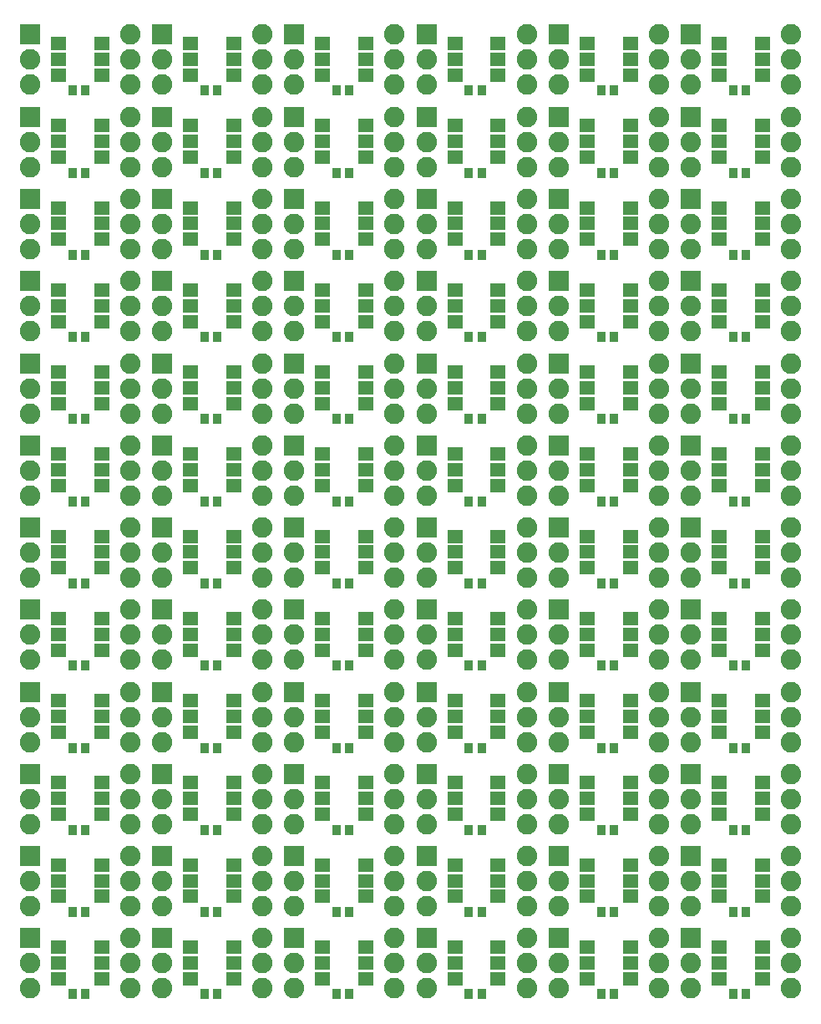
<source format=gts>
G75*
%MOIN*%
%OFA0B0*%
%FSLAX24Y24*%
%IPPOS*%
%LPD*%
%AMOC8*
5,1,8,0,0,1.08239X$1,22.5*
%
%ADD10R,0.0356X0.0434*%
%ADD11R,0.0820X0.0820*%
%ADD12C,0.0820*%
%ADD13R,0.0592X0.0552*%
D10*
X003874Y000570D03*
X004386Y000570D03*
X004386Y003846D03*
X003874Y003846D03*
X003874Y007121D03*
X004386Y007121D03*
X004386Y010397D03*
X003874Y010397D03*
X003874Y013672D03*
X004386Y013672D03*
X004386Y016948D03*
X003874Y016948D03*
X003874Y020224D03*
X004386Y020224D03*
X004386Y023499D03*
X003874Y023499D03*
X003874Y026775D03*
X004386Y026775D03*
X004386Y030050D03*
X003874Y030050D03*
X003874Y033326D03*
X004386Y033326D03*
X004386Y036601D03*
X003874Y036601D03*
X009149Y036601D03*
X009661Y036601D03*
X009661Y033326D03*
X009149Y033326D03*
X009149Y030050D03*
X009661Y030050D03*
X009661Y026775D03*
X009149Y026775D03*
X009149Y023499D03*
X009661Y023499D03*
X009661Y020224D03*
X009149Y020224D03*
X009149Y016948D03*
X009661Y016948D03*
X009661Y013672D03*
X009149Y013672D03*
X009149Y010397D03*
X009661Y010397D03*
X009661Y007121D03*
X009149Y007121D03*
X009149Y003846D03*
X009661Y003846D03*
X009661Y000570D03*
X009149Y000570D03*
X014425Y000570D03*
X014937Y000570D03*
X014937Y003846D03*
X014425Y003846D03*
X014425Y007121D03*
X014937Y007121D03*
X014937Y010397D03*
X014425Y010397D03*
X014425Y013672D03*
X014937Y013672D03*
X014937Y016948D03*
X014425Y016948D03*
X014425Y020224D03*
X014937Y020224D03*
X014937Y023499D03*
X014425Y023499D03*
X014425Y026775D03*
X014937Y026775D03*
X014937Y030050D03*
X014425Y030050D03*
X014425Y033326D03*
X014937Y033326D03*
X014937Y036601D03*
X014425Y036601D03*
X019701Y036601D03*
X020212Y036601D03*
X020212Y033326D03*
X019701Y033326D03*
X019701Y030050D03*
X020212Y030050D03*
X020212Y026775D03*
X019701Y026775D03*
X019701Y023499D03*
X020212Y023499D03*
X020212Y020224D03*
X019701Y020224D03*
X019701Y016948D03*
X020212Y016948D03*
X020212Y013672D03*
X019701Y013672D03*
X019701Y010397D03*
X020212Y010397D03*
X020212Y007121D03*
X019701Y007121D03*
X019701Y003846D03*
X020212Y003846D03*
X020212Y000570D03*
X019701Y000570D03*
X024976Y000570D03*
X025488Y000570D03*
X025488Y003846D03*
X024976Y003846D03*
X024976Y007121D03*
X025488Y007121D03*
X025488Y010397D03*
X024976Y010397D03*
X024976Y013672D03*
X025488Y013672D03*
X025488Y016948D03*
X024976Y016948D03*
X024976Y020224D03*
X025488Y020224D03*
X025488Y023499D03*
X024976Y023499D03*
X024976Y026775D03*
X025488Y026775D03*
X025488Y030050D03*
X024976Y030050D03*
X024976Y033326D03*
X025488Y033326D03*
X025488Y036601D03*
X024976Y036601D03*
X030252Y036601D03*
X030764Y036601D03*
X030764Y033326D03*
X030252Y033326D03*
X030252Y030050D03*
X030764Y030050D03*
X030764Y026775D03*
X030252Y026775D03*
X030252Y023499D03*
X030764Y023499D03*
X030764Y020224D03*
X030252Y020224D03*
X030252Y016948D03*
X030764Y016948D03*
X030764Y013672D03*
X030252Y013672D03*
X030252Y010397D03*
X030764Y010397D03*
X030764Y007121D03*
X030252Y007121D03*
X030252Y003846D03*
X030764Y003846D03*
X030764Y000570D03*
X030252Y000570D03*
D11*
X028558Y002800D03*
X028558Y006076D03*
X028558Y009351D03*
X028558Y012627D03*
X028558Y015902D03*
X028558Y019178D03*
X028558Y022454D03*
X028558Y025729D03*
X028558Y029005D03*
X028558Y032280D03*
X028558Y035556D03*
X028558Y038831D03*
X023282Y038831D03*
X023282Y035556D03*
X023282Y032280D03*
X023282Y029005D03*
X023282Y025729D03*
X023282Y022454D03*
X023282Y019178D03*
X023282Y015902D03*
X023282Y012627D03*
X023282Y009351D03*
X023282Y006076D03*
X023282Y002800D03*
X018007Y002800D03*
X018007Y006076D03*
X018007Y009351D03*
X018007Y012627D03*
X018007Y015902D03*
X018007Y019178D03*
X018007Y022454D03*
X018007Y025729D03*
X018007Y029005D03*
X018007Y032280D03*
X018007Y035556D03*
X018007Y038831D03*
X012731Y038831D03*
X012731Y035556D03*
X012731Y032280D03*
X012731Y029005D03*
X012731Y025729D03*
X012731Y022454D03*
X012731Y019178D03*
X012731Y015902D03*
X012731Y012627D03*
X012731Y009351D03*
X012731Y006076D03*
X012731Y002800D03*
X007455Y002800D03*
X007455Y006076D03*
X007455Y009351D03*
X007455Y012627D03*
X007455Y015902D03*
X007455Y019178D03*
X007455Y022454D03*
X007455Y025729D03*
X007455Y029005D03*
X007455Y032280D03*
X007455Y035556D03*
X007455Y038831D03*
X002180Y038831D03*
X002180Y035556D03*
X002180Y032280D03*
X002180Y029005D03*
X002180Y025729D03*
X002180Y022454D03*
X002180Y019178D03*
X002180Y015902D03*
X002180Y012627D03*
X002180Y009351D03*
X002180Y006076D03*
X002180Y002800D03*
D12*
X002180Y000800D03*
X002180Y001800D03*
X002180Y004076D03*
X002180Y005076D03*
X002180Y007351D03*
X002180Y008351D03*
X002180Y010627D03*
X002180Y011627D03*
X002180Y013902D03*
X002180Y014902D03*
X002180Y017178D03*
X002180Y018178D03*
X002180Y020454D03*
X002180Y021454D03*
X002180Y023729D03*
X002180Y024729D03*
X002180Y027005D03*
X002180Y028005D03*
X002180Y030280D03*
X002180Y031280D03*
X002180Y033556D03*
X002180Y034556D03*
X002180Y036831D03*
X002180Y037831D03*
X006180Y037831D03*
X006180Y036831D03*
X006180Y035556D03*
X006180Y034556D03*
X006180Y033556D03*
X006180Y032280D03*
X006180Y031280D03*
X006180Y030280D03*
X006180Y029005D03*
X006180Y028005D03*
X006180Y027005D03*
X006180Y025729D03*
X006180Y024729D03*
X006180Y023729D03*
X007455Y023729D03*
X007455Y024729D03*
X007455Y027005D03*
X007455Y028005D03*
X007455Y030280D03*
X007455Y031280D03*
X007455Y033556D03*
X007455Y034556D03*
X007455Y036831D03*
X007455Y037831D03*
X006180Y038831D03*
X011455Y038831D03*
X011455Y037831D03*
X011455Y036831D03*
X011455Y035556D03*
X011455Y034556D03*
X011455Y033556D03*
X011455Y032280D03*
X011455Y031280D03*
X011455Y030280D03*
X011455Y029005D03*
X011455Y028005D03*
X011455Y027005D03*
X011455Y025729D03*
X011455Y024729D03*
X011455Y023729D03*
X011455Y022454D03*
X011455Y021454D03*
X011455Y020454D03*
X011455Y019178D03*
X011455Y018178D03*
X011455Y017178D03*
X011455Y015902D03*
X011455Y014902D03*
X011455Y013902D03*
X011455Y012627D03*
X011455Y011627D03*
X011455Y010627D03*
X011455Y009351D03*
X011455Y008351D03*
X011455Y007351D03*
X011455Y006076D03*
X011455Y005076D03*
X011455Y004076D03*
X011455Y002800D03*
X011455Y001800D03*
X011455Y000800D03*
X012731Y000800D03*
X012731Y001800D03*
X012731Y004076D03*
X012731Y005076D03*
X012731Y007351D03*
X012731Y008351D03*
X012731Y010627D03*
X012731Y011627D03*
X012731Y013902D03*
X012731Y014902D03*
X012731Y017178D03*
X012731Y018178D03*
X012731Y020454D03*
X012731Y021454D03*
X012731Y023729D03*
X012731Y024729D03*
X012731Y027005D03*
X012731Y028005D03*
X012731Y030280D03*
X012731Y031280D03*
X012731Y033556D03*
X012731Y034556D03*
X012731Y036831D03*
X012731Y037831D03*
X016731Y037831D03*
X016731Y036831D03*
X016731Y035556D03*
X016731Y034556D03*
X016731Y033556D03*
X018007Y033556D03*
X018007Y034556D03*
X018007Y036831D03*
X018007Y037831D03*
X016731Y038831D03*
X022007Y038831D03*
X022007Y037831D03*
X022007Y036831D03*
X022007Y035556D03*
X022007Y034556D03*
X022007Y033556D03*
X022007Y032280D03*
X022007Y031280D03*
X022007Y030280D03*
X022007Y029005D03*
X022007Y028005D03*
X022007Y027005D03*
X022007Y025729D03*
X022007Y024729D03*
X022007Y023729D03*
X023282Y023729D03*
X023282Y024729D03*
X023282Y027005D03*
X023282Y028005D03*
X023282Y030280D03*
X023282Y031280D03*
X023282Y033556D03*
X023282Y034556D03*
X023282Y036831D03*
X023282Y037831D03*
X027282Y037831D03*
X027282Y036831D03*
X027282Y035556D03*
X027282Y034556D03*
X027282Y033556D03*
X027282Y032280D03*
X027282Y031280D03*
X027282Y030280D03*
X027282Y029005D03*
X027282Y028005D03*
X027282Y027005D03*
X027282Y025729D03*
X027282Y024729D03*
X027282Y023729D03*
X027282Y022454D03*
X027282Y021454D03*
X027282Y020454D03*
X027282Y019178D03*
X027282Y018178D03*
X027282Y017178D03*
X027282Y015902D03*
X027282Y014902D03*
X027282Y013902D03*
X027282Y012627D03*
X027282Y011627D03*
X027282Y010627D03*
X027282Y009351D03*
X027282Y008351D03*
X027282Y007351D03*
X027282Y006076D03*
X027282Y005076D03*
X027282Y004076D03*
X027282Y002800D03*
X027282Y001800D03*
X027282Y000800D03*
X028558Y000800D03*
X028558Y001800D03*
X028558Y004076D03*
X028558Y005076D03*
X028558Y007351D03*
X028558Y008351D03*
X028558Y010627D03*
X028558Y011627D03*
X028558Y013902D03*
X028558Y014902D03*
X028558Y017178D03*
X028558Y018178D03*
X028558Y020454D03*
X028558Y021454D03*
X028558Y023729D03*
X028558Y024729D03*
X028558Y027005D03*
X028558Y028005D03*
X028558Y030280D03*
X028558Y031280D03*
X028558Y033556D03*
X028558Y034556D03*
X028558Y036831D03*
X028558Y037831D03*
X027282Y038831D03*
X032558Y038831D03*
X032558Y037831D03*
X032558Y036831D03*
X032558Y035556D03*
X032558Y034556D03*
X032558Y033556D03*
X032558Y032280D03*
X032558Y031280D03*
X032558Y030280D03*
X032558Y029005D03*
X032558Y028005D03*
X032558Y027005D03*
X032558Y025729D03*
X032558Y024729D03*
X032558Y023729D03*
X032558Y022454D03*
X032558Y021454D03*
X032558Y020454D03*
X032558Y019178D03*
X032558Y018178D03*
X032558Y017178D03*
X032558Y015902D03*
X032558Y014902D03*
X032558Y013902D03*
X032558Y012627D03*
X032558Y011627D03*
X032558Y010627D03*
X032558Y009351D03*
X032558Y008351D03*
X032558Y007351D03*
X032558Y006076D03*
X032558Y005076D03*
X032558Y004076D03*
X032558Y002800D03*
X032558Y001800D03*
X032558Y000800D03*
X023282Y000800D03*
X023282Y001800D03*
X022007Y001800D03*
X022007Y000800D03*
X022007Y002800D03*
X022007Y004076D03*
X022007Y005076D03*
X022007Y006076D03*
X022007Y007351D03*
X022007Y008351D03*
X022007Y009351D03*
X022007Y010627D03*
X022007Y011627D03*
X022007Y012627D03*
X022007Y013902D03*
X022007Y014902D03*
X022007Y015902D03*
X022007Y017178D03*
X022007Y018178D03*
X022007Y019178D03*
X022007Y020454D03*
X022007Y021454D03*
X022007Y022454D03*
X023282Y021454D03*
X023282Y020454D03*
X023282Y018178D03*
X023282Y017178D03*
X023282Y014902D03*
X023282Y013902D03*
X023282Y011627D03*
X023282Y010627D03*
X023282Y008351D03*
X023282Y007351D03*
X023282Y005076D03*
X023282Y004076D03*
X018007Y004076D03*
X018007Y005076D03*
X016731Y005076D03*
X016731Y004076D03*
X016731Y002800D03*
X016731Y001800D03*
X016731Y000800D03*
X018007Y000800D03*
X018007Y001800D03*
X016731Y006076D03*
X016731Y007351D03*
X016731Y008351D03*
X016731Y009351D03*
X016731Y010627D03*
X016731Y011627D03*
X016731Y012627D03*
X018007Y011627D03*
X018007Y010627D03*
X018007Y008351D03*
X018007Y007351D03*
X018007Y013902D03*
X018007Y014902D03*
X016731Y014902D03*
X016731Y013902D03*
X016731Y015902D03*
X016731Y017178D03*
X016731Y018178D03*
X016731Y019178D03*
X016731Y020454D03*
X016731Y021454D03*
X016731Y022454D03*
X018007Y021454D03*
X018007Y020454D03*
X018007Y018178D03*
X018007Y017178D03*
X018007Y023729D03*
X018007Y024729D03*
X016731Y024729D03*
X016731Y023729D03*
X016731Y025729D03*
X016731Y027005D03*
X016731Y028005D03*
X016731Y029005D03*
X016731Y030280D03*
X016731Y031280D03*
X016731Y032280D03*
X018007Y031280D03*
X018007Y030280D03*
X018007Y028005D03*
X018007Y027005D03*
X007455Y021454D03*
X007455Y020454D03*
X006180Y020454D03*
X006180Y021454D03*
X006180Y022454D03*
X006180Y019178D03*
X006180Y018178D03*
X006180Y017178D03*
X006180Y015902D03*
X006180Y014902D03*
X006180Y013902D03*
X006180Y012627D03*
X006180Y011627D03*
X006180Y010627D03*
X006180Y009351D03*
X006180Y008351D03*
X006180Y007351D03*
X006180Y006076D03*
X006180Y005076D03*
X006180Y004076D03*
X006180Y002800D03*
X006180Y001800D03*
X006180Y000800D03*
X007455Y000800D03*
X007455Y001800D03*
X007455Y004076D03*
X007455Y005076D03*
X007455Y007351D03*
X007455Y008351D03*
X007455Y010627D03*
X007455Y011627D03*
X007455Y013902D03*
X007455Y014902D03*
X007455Y017178D03*
X007455Y018178D03*
D13*
X008589Y018198D03*
X008589Y018828D03*
X008589Y017568D03*
X010322Y017568D03*
X010322Y018198D03*
X010322Y018828D03*
X010322Y020844D03*
X010322Y021474D03*
X010322Y022103D03*
X008589Y022103D03*
X008589Y021474D03*
X008589Y020844D03*
X008589Y024119D03*
X008589Y024749D03*
X008589Y025379D03*
X010322Y025379D03*
X010322Y024749D03*
X010322Y024119D03*
X010322Y027395D03*
X010322Y028025D03*
X010322Y028655D03*
X008589Y028655D03*
X008589Y028025D03*
X008589Y027395D03*
X008589Y030670D03*
X008589Y031300D03*
X008589Y031930D03*
X010322Y031930D03*
X010322Y031300D03*
X010322Y030670D03*
X010322Y033946D03*
X010322Y034576D03*
X010322Y035206D03*
X008589Y035206D03*
X008589Y034576D03*
X008589Y033946D03*
X008589Y037222D03*
X008589Y037851D03*
X008589Y038481D03*
X010322Y038481D03*
X010322Y037851D03*
X010322Y037222D03*
X013865Y037222D03*
X013865Y037851D03*
X013865Y038481D03*
X015597Y038481D03*
X015597Y037851D03*
X015597Y037222D03*
X015597Y035206D03*
X015597Y034576D03*
X015597Y033946D03*
X013865Y033946D03*
X013865Y034576D03*
X013865Y035206D03*
X013865Y031930D03*
X013865Y031300D03*
X013865Y030670D03*
X015597Y030670D03*
X015597Y031300D03*
X015597Y031930D03*
X015597Y028655D03*
X015597Y028025D03*
X015597Y027395D03*
X013865Y027395D03*
X013865Y028025D03*
X013865Y028655D03*
X013865Y025379D03*
X013865Y024749D03*
X013865Y024119D03*
X015597Y024119D03*
X015597Y024749D03*
X015597Y025379D03*
X015597Y022103D03*
X015597Y021474D03*
X015597Y020844D03*
X013865Y020844D03*
X013865Y021474D03*
X013865Y022103D03*
X013865Y018828D03*
X013865Y018198D03*
X013865Y017568D03*
X015597Y017568D03*
X015597Y018198D03*
X015597Y018828D03*
X015597Y015552D03*
X015597Y014922D03*
X015597Y014292D03*
X013865Y014292D03*
X013865Y014922D03*
X013865Y015552D03*
X013865Y012277D03*
X013865Y011647D03*
X013865Y011017D03*
X015597Y011017D03*
X015597Y011647D03*
X015597Y012277D03*
X015597Y009001D03*
X015597Y008371D03*
X015597Y007741D03*
X013865Y007741D03*
X013865Y008371D03*
X013865Y009001D03*
X013865Y005726D03*
X013865Y005096D03*
X013865Y004466D03*
X015597Y004466D03*
X015597Y005096D03*
X015597Y005726D03*
X015597Y002450D03*
X015597Y001820D03*
X015597Y001190D03*
X013865Y001190D03*
X013865Y001820D03*
X013865Y002450D03*
X010322Y002450D03*
X010322Y001820D03*
X010322Y001190D03*
X008589Y001190D03*
X008589Y001820D03*
X008589Y002450D03*
X008589Y004466D03*
X008589Y005096D03*
X008589Y005726D03*
X010322Y005726D03*
X010322Y005096D03*
X010322Y004466D03*
X010322Y007741D03*
X010322Y008371D03*
X010322Y009001D03*
X008589Y009001D03*
X008589Y008371D03*
X008589Y007741D03*
X008589Y011017D03*
X008589Y011647D03*
X008589Y012277D03*
X010322Y012277D03*
X010322Y011647D03*
X010322Y011017D03*
X010322Y014292D03*
X010322Y014922D03*
X010322Y015552D03*
X008589Y015552D03*
X008589Y014922D03*
X008589Y014292D03*
X005046Y014292D03*
X005046Y014922D03*
X005046Y015552D03*
X003314Y015552D03*
X003314Y014922D03*
X003314Y014292D03*
X003314Y012277D03*
X003314Y011647D03*
X003314Y011017D03*
X005046Y011017D03*
X005046Y011647D03*
X005046Y012277D03*
X005046Y009001D03*
X005046Y008371D03*
X005046Y007741D03*
X003314Y007741D03*
X003314Y008371D03*
X003314Y009001D03*
X003314Y005726D03*
X003314Y005096D03*
X003314Y004466D03*
X005046Y004466D03*
X005046Y005096D03*
X005046Y005726D03*
X005046Y002450D03*
X005046Y001820D03*
X005046Y001190D03*
X003314Y001190D03*
X003314Y001820D03*
X003314Y002450D03*
X003314Y017568D03*
X003314Y018198D03*
X003314Y018828D03*
X005046Y018828D03*
X005046Y018198D03*
X005046Y017568D03*
X005046Y020844D03*
X005046Y021474D03*
X005046Y022103D03*
X003314Y022103D03*
X003314Y021474D03*
X003314Y020844D03*
X003314Y024119D03*
X003314Y024749D03*
X003314Y025379D03*
X005046Y025379D03*
X005046Y024749D03*
X005046Y024119D03*
X005046Y027395D03*
X005046Y028025D03*
X005046Y028655D03*
X003314Y028655D03*
X003314Y028025D03*
X003314Y027395D03*
X003314Y030670D03*
X003314Y031300D03*
X003314Y031930D03*
X005046Y031930D03*
X005046Y031300D03*
X005046Y030670D03*
X005046Y033946D03*
X005046Y034576D03*
X005046Y035206D03*
X003314Y035206D03*
X003314Y034576D03*
X003314Y033946D03*
X003314Y037222D03*
X003314Y037851D03*
X003314Y038481D03*
X005046Y038481D03*
X005046Y037851D03*
X005046Y037222D03*
X019140Y037222D03*
X019140Y037851D03*
X019140Y038481D03*
X020873Y038481D03*
X020873Y037851D03*
X020873Y037222D03*
X020873Y035206D03*
X020873Y034576D03*
X020873Y033946D03*
X019140Y033946D03*
X019140Y034576D03*
X019140Y035206D03*
X019140Y031930D03*
X019140Y031300D03*
X019140Y030670D03*
X020873Y030670D03*
X020873Y031300D03*
X020873Y031930D03*
X020873Y028655D03*
X020873Y028025D03*
X020873Y027395D03*
X019140Y027395D03*
X019140Y028025D03*
X019140Y028655D03*
X019140Y025379D03*
X019140Y024749D03*
X019140Y024119D03*
X020873Y024119D03*
X020873Y024749D03*
X020873Y025379D03*
X020873Y022103D03*
X020873Y021474D03*
X020873Y020844D03*
X019140Y020844D03*
X019140Y021474D03*
X019140Y022103D03*
X019140Y018828D03*
X019140Y018198D03*
X019140Y017568D03*
X020873Y017568D03*
X020873Y018198D03*
X020873Y018828D03*
X020873Y015552D03*
X020873Y014922D03*
X020873Y014292D03*
X019140Y014292D03*
X019140Y014922D03*
X019140Y015552D03*
X019140Y012277D03*
X019140Y011647D03*
X019140Y011017D03*
X020873Y011017D03*
X020873Y011647D03*
X020873Y012277D03*
X020873Y009001D03*
X020873Y008371D03*
X020873Y007741D03*
X019140Y007741D03*
X019140Y008371D03*
X019140Y009001D03*
X019140Y005726D03*
X019140Y005096D03*
X019140Y004466D03*
X020873Y004466D03*
X020873Y005096D03*
X020873Y005726D03*
X020873Y002450D03*
X020873Y001820D03*
X020873Y001190D03*
X019140Y001190D03*
X019140Y001820D03*
X019140Y002450D03*
X024416Y002450D03*
X024416Y001820D03*
X024416Y001190D03*
X026148Y001190D03*
X026148Y001820D03*
X026148Y002450D03*
X026148Y004466D03*
X026148Y005096D03*
X026148Y005726D03*
X024416Y005726D03*
X024416Y005096D03*
X024416Y004466D03*
X024416Y007741D03*
X024416Y008371D03*
X024416Y009001D03*
X026148Y009001D03*
X026148Y008371D03*
X026148Y007741D03*
X026148Y011017D03*
X026148Y011647D03*
X026148Y012277D03*
X024416Y012277D03*
X024416Y011647D03*
X024416Y011017D03*
X024416Y014292D03*
X024416Y014922D03*
X024416Y015552D03*
X026148Y015552D03*
X026148Y014922D03*
X026148Y014292D03*
X026148Y017568D03*
X026148Y018198D03*
X026148Y018828D03*
X024416Y018828D03*
X024416Y018198D03*
X024416Y017568D03*
X024416Y020844D03*
X024416Y021474D03*
X024416Y022103D03*
X026148Y022103D03*
X026148Y021474D03*
X026148Y020844D03*
X026148Y024119D03*
X026148Y024749D03*
X026148Y025379D03*
X024416Y025379D03*
X024416Y024749D03*
X024416Y024119D03*
X024416Y027395D03*
X024416Y028025D03*
X024416Y028655D03*
X026148Y028655D03*
X026148Y028025D03*
X026148Y027395D03*
X026148Y030670D03*
X026148Y031300D03*
X026148Y031930D03*
X024416Y031930D03*
X024416Y031300D03*
X024416Y030670D03*
X024416Y033946D03*
X024416Y034576D03*
X024416Y035206D03*
X026148Y035206D03*
X026148Y034576D03*
X026148Y033946D03*
X026148Y037222D03*
X026148Y037851D03*
X026148Y038481D03*
X024416Y038481D03*
X024416Y037851D03*
X024416Y037222D03*
X029692Y037222D03*
X029692Y037851D03*
X029692Y038481D03*
X031424Y038481D03*
X031424Y037851D03*
X031424Y037222D03*
X031424Y035206D03*
X031424Y034576D03*
X031424Y033946D03*
X029692Y033946D03*
X029692Y034576D03*
X029692Y035206D03*
X029692Y031930D03*
X029692Y031300D03*
X029692Y030670D03*
X031424Y030670D03*
X031424Y031300D03*
X031424Y031930D03*
X031424Y028655D03*
X031424Y028025D03*
X031424Y027395D03*
X029692Y027395D03*
X029692Y028025D03*
X029692Y028655D03*
X029692Y025379D03*
X029692Y024749D03*
X029692Y024119D03*
X031424Y024119D03*
X031424Y024749D03*
X031424Y025379D03*
X031424Y022103D03*
X031424Y021474D03*
X031424Y020844D03*
X029692Y020844D03*
X029692Y021474D03*
X029692Y022103D03*
X029692Y018828D03*
X029692Y018198D03*
X029692Y017568D03*
X031424Y017568D03*
X031424Y018198D03*
X031424Y018828D03*
X031424Y015552D03*
X031424Y014922D03*
X031424Y014292D03*
X029692Y014292D03*
X029692Y014922D03*
X029692Y015552D03*
X029692Y012277D03*
X029692Y011647D03*
X029692Y011017D03*
X031424Y011017D03*
X031424Y011647D03*
X031424Y012277D03*
X031424Y009001D03*
X031424Y008371D03*
X031424Y007741D03*
X029692Y007741D03*
X029692Y008371D03*
X029692Y009001D03*
X029692Y005726D03*
X029692Y005096D03*
X029692Y004466D03*
X031424Y004466D03*
X031424Y005096D03*
X031424Y005726D03*
X031424Y002450D03*
X031424Y001820D03*
X031424Y001190D03*
X029692Y001190D03*
X029692Y001820D03*
X029692Y002450D03*
M02*

</source>
